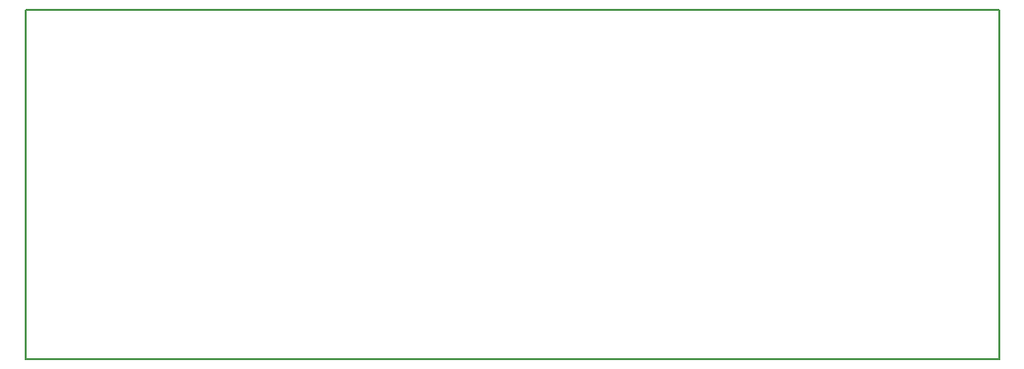
<source format=gbr>
G04 DipTrace 3.3.1.3*
G04 GKO.gbr*
%MOIN*%
G04 #@! TF.FileFunction,Profile*
G04 #@! TF.Part,Single*
%ADD11C,0.005512*%
%FSLAX26Y26*%
G04*
G70*
G90*
G75*
G01*
G04 BoardOutline*
%LPD*%
X393701Y393701D2*
D11*
Y1574803D1*
X3681102D1*
Y393701D1*
X393701D1*
M02*

</source>
